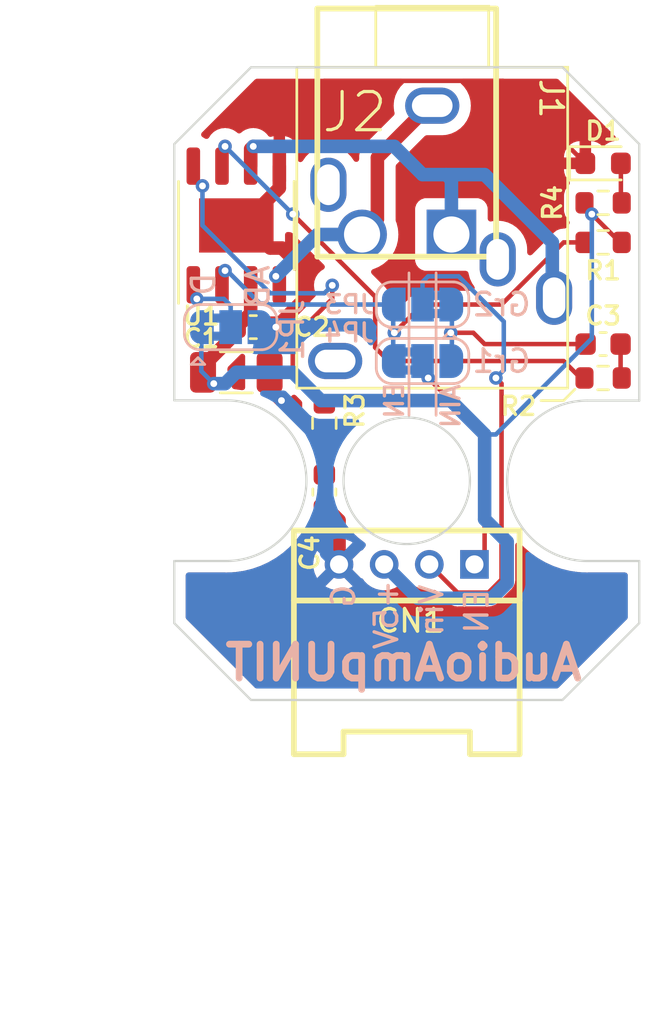
<source format=kicad_pcb>
(kicad_pcb (version 20211014) (generator pcbnew)
  (layers (0 "F.Cu" signal) (31 "B.Cu" signal) (34 "B.Paste" user) (35 "F.Paste" user) (36 "B.SilkS" user "B.Silkscreen") (37 "F.SilkS" user "F.Silkscreen") (38 "B.Mask" user) (39 "F.Mask" user) (44 "Edge.Cuts" user))
  (net 0 "")
  (net 1 "+5V")
  (net 2 "GND")
  (net 3 "/AIN")
  (net 4 "Net-(C3-Pad2)")
  (net 5 "Net-(C4-Pad2)")
  (net 6 "/EN")
  (net 7 "Net-(D1-Pad2)")
  (net 8 "/OUT+")
  (net 11 "/ABD")
  (net 12 "Net-(R2-Pad2)")
  (net 13 "Net-(R3-Pad2)")
  (net 14 "Net-(J1-PadG)")
  (net 15 "/EN_Grove")
  (net 16 "/AIN_Grove")
  (footprint "Capacitor_SMD:C_0603_1608Metric" (layer "F.Cu") (at 3.5 11.5 180)
    (fp_text reference "C2" (at -2.6 0 180) (layer "F.SilkS") (effects (font (size 0.8 0.8))))
    (fp_text value "0.1u")
    (fp_line (start -0.14058 -0.51) (end 0.14058 -0.51) (layer "F.SilkS") (width 0.12))
    (fp_line (start -0.14058 0.51) (end 0.14058 0.51) (layer "F.SilkS") (width 0.12))
    (pad "1" smd roundrect locked (at -0.775 0 180) (size 0.9 0.95) (layers "F.Cu" "F.Paste" "F.Mask") (net 2 "GND"))
    (pad "2" smd roundrect locked (at 0.775 0 180) (size 0.9 0.95) (layers "F.Cu" "F.Paste" "F.Mask") (net 1 "+5V"))
  )
  (footprint "akita:CON_HT396R_2P" (layer "F.Cu") (at 10.3 7.4 180)
    (fp_text reference "J2" (at 2.3 6.4) (layer "F.SilkS") (effects (font (size 1.6891 1.6891) (thickness 0.14224)) (justify top)))
    (fp_text value "Conn_01x02" hide)
    (fp_line (start 3.96 -0.98) (end 3.96 10) (layer "F.SilkS") (width 0.254))
    (fp_line (start -3.96 10) (end -3.96 -0.98) (layer "F.SilkS") (width 0.254))
    (fp_line (start -3.96 -0.98) (end 3.96 -0.98) (layer "F.SilkS") (width 0.254))
    (fp_line (start 3.96 10) (end -3.96 10) (layer "F.SilkS") (width 0.254))
    (pad "1" thru_hole rect (at -1.98 0 180) (size 2.2 2.2) (drill 1.6) (layers *.Cu *.Mask) (net 8 "/OUT+"))
    (pad "2" thru_hole circle (at 1.98 0 180) (size 2.2 2.2) (drill 1.6) (layers *.Cu *.Mask) (net 14 "Net-(J1-PadG)"))
  )
  (footprint "akita:CON_GROVE_H" (layer "F.Cu") (at 10.3 22 180)
    (fp_text reference "CN1" (at -1.765 -3.0825) (layer "F.SilkS") (effects (justify right bottom)))
    (fp_text value "CON_GROVE")
    (fp_line (start -5 -1.6) (end -5 1.5) (layer "F.SilkS") (width 0.254))
    (fp_line (start 5 1.5) (end 5 -1.6) (layer "F.SilkS") (width 0.254))
    (fp_line (start -5 -8.4) (end -5 -1.6) (layer "F.SilkS") (width 0.254))
    (fp_line (start -5 -1) (end -5 1) (layer "F.SilkS") (width 0.127))
    (fp_line (start -5 -8.4) (end -2.8 -8.4) (layer "F.SilkS") (width 0.254))
    (fp_line (start 2.8 -8.4) (end 5 -8.4) (layer "F.SilkS") (width 0.254))
    (fp_line (start -2.8 -8.4) (end -2.8 -7.4) (layer "F.SilkS") (width 0.254))
    (fp_line (start 5 -1.6) (end 5 -8.4) (layer "F.SilkS") (width 0.254))
    (fp_line (start -5 1.5) (end 5 1.5) (layer "F.SilkS") (width 0.254))
    (fp_line (start -2.8 -7.4) (end 2.8 -7.4) (layer "F.SilkS") (width 0.254))
    (fp_line (start -5 -1.6) (end 5 -1.6) (layer "F.SilkS") (width 0.254))
    (fp_line (start 2.8 -7.4) (end 2.8 -8.4) (layer "F.SilkS") (width 0.254))
    (pad "1" thru_hole rect locked (at -3 0 180) (size 1.27 1.27) (drill 0.8) (layers *.Cu *.Mask) (net 15 "/EN_Grove"))
    (pad "2" thru_hole circle locked (at -1 0 180) (size 1.27 1.27) (drill 0.8) (layers *.Cu *.Mask) (net 16 "/AIN_Grove"))
    (pad "3" thru_hole circle locked (at 1 0 180) (size 1.27 1.27) (drill 0.8) (layers *.Cu *.Mask) (net 1 "+5V"))
    (pad "4" thru_hole circle locked (at 3 0 180) (size 1.27 1.27) (drill 0.8) (layers *.Cu *.Mask) (net 2 "GND"))
  )
  (footprint "Capacitor_SMD:C_0603_1608Metric" (layer "F.Cu") (at 19 12.25)
    (fp_text reference "C3" (at 0 -1.25) (layer "F.SilkS") (effects (font (size 0.8 0.8))))
    (fp_text value "0.1u")
    (fp_line (start -0.14058 0.51) (end 0.14058 0.51) (layer "F.SilkS") (width 0.12))
    (fp_line (start -0.14058 -0.51) (end 0.14058 -0.51) (layer "F.SilkS") (width 0.12))
    (pad "1" smd roundrect locked (at -0.775 0) (size 0.9 0.95) (layers "F.Cu" "F.Paste" "F.Mask") (net 3 "/AIN"))
    (pad "2" smd roundrect locked (at 0.775 0) (size 0.9 0.95) (layers "F.Cu" "F.Paste" "F.Mask") (net 4 "Net-(C3-Pad2)"))
  )
  (footprint "Resistor_SMD:R_0603_1608Metric" (layer "F.Cu") (at 19 7.75)
    (fp_text reference "R4" (at -2.25 -1.75 90) (layer "F.SilkS") (effects (font (size 0.8 0.8))))
    (fp_text value "30k")
    (fp_line (start -0.237258 -0.5225) (end 0.237258 -0.5225) (layer "F.SilkS") (width 0.12))
    (fp_line (start -0.237258 0.5225) (end 0.237258 0.5225) (layer "F.SilkS") (width 0.12))
    (pad "1" smd roundrect locked (at -0.825 0) (size 0.8 0.95) (layers "F.Cu" "F.Paste" "F.Mask") (net 6 "/EN"))
    (pad "2" smd roundrect locked (at 0.825 0) (size 0.8 0.95) (layers "F.Cu" "F.Paste" "F.Mask") (net 1 "+5V"))
  )
  (footprint "Capacitor_SMD:C_1206_3216Metric" (layer "F.Cu") (at 2.75 13.5 180)
    (fp_text reference "C1" (at 1.55 1.5 180) (layer "F.SilkS") (effects (font (size 0.8 0.8))))
    (fp_text value "100u")
    (fp_line (start -0.711252 0.91) (end 0.711252 0.91) (layer "F.SilkS") (width 0.12))
    (fp_line (start -0.711252 -0.91) (end 0.711252 -0.91) (layer "F.SilkS") (width 0.12))
    (pad "1" smd roundrect locked (at -1.475 0 180) (size 1.15 1.8) (layers "F.Cu" "F.Paste" "F.Mask") (roundrect_rratio 0.2173913043) (net 2 "GND"))
    (pad "2" smd roundrect locked (at 1.475 0 180) (size 1.15 1.8) (layers "F.Cu" "F.Paste" "F.Mask") (roundrect_rratio 0.2173913043) (net 1 "+5V"))
  )
  (footprint "LED_SMD:LED_0603_1608Metric" (layer "F.Cu") (at 19 4.25)
    (fp_text reference "D1" (at 0 -1.43) (layer "F.SilkS") (effects (font (size 0.8 0.8))))
    (fp_text value "LED")
    (fp_line (start -1.485 0.735) (end 0.8 0.735) (layer "F.SilkS") (width 0.12))
    (fp_line (start -1.485 -0.735) (end -1.485 0.735) (layer "F.SilkS") (width 0.12))
    (fp_line (start 0.8 -0.735) (end -1.485 -0.735) (layer "F.SilkS") (width 0.12))
    (pad "1" smd roundrect locked (at -0.7875 0) (size 0.875 0.95) (layers "F.Cu" "F.Paste" "F.Mask") (net 2 "GND"))
    (pad "2" smd roundrect locked (at 0.7875 0) (size 0.875 0.95) (layers "F.Cu" "F.Paste" "F.Mask") (net 7 "Net-(D1-Pad2)"))
  )
  (footprint "Resistor_SMD:R_0603_1608Metric" (layer "F.Cu") (at 19 6)
    (fp_text reference "R1" (at 0 3) (layer "F.SilkS") (effects (font (size 0.8 0.8))))
    (fp_text value "1k")
    (fp_line (start -0.237258 -0.5225) (end 0.237258 -0.5225) (layer "F.SilkS") (width 0.12))
    (fp_line (start -0.237258 0.5225) (end 0.237258 0.5225) (layer "F.SilkS") (width 0.12))
    (pad "1" smd roundrect locked (at -0.825 0) (size 0.8 0.95) (layers "F.Cu" "F.Paste" "F.Mask") (net 1 "+5V"))
    (pad "2" smd roundrect locked (at 0.825 0) (size 0.8 0.95) (layers "F.Cu" "F.Paste" "F.Mask") (net 7 "Net-(D1-Pad2)"))
  )
  (footprint "akita:SOP-8-EP_3.9x4.9mm_P1.27mm" (layer "F.Cu") (at 2.75 7 90)
    (fp_text reference "U1" (at -4 -1.55 180) (layer "F.SilkS") (effects (font (size 0.8 0.8))))
    (fp_text value "AMP_HT8693")
    (fp_line (start 0 2.56) (end -1.95 2.56) (layer "F.SilkS") (width 0.12))
    (fp_line (start 0 -2.56) (end 1.95 -2.56) (layer "F.SilkS") (width 0.12))
    (fp_line (start 0 2.56) (end 1.95 2.56) (layer "F.SilkS") (width 0.12))
    (fp_line (start 0 -2.56) (end -3.45 -2.56) (layer "F.SilkS") (width 0.12))
    (pad "1" smd roundrect (at -2.625 -1.905 90) (size 1.65 0.6) (layers "F.Cu" "F.Paste" "F.Mask") (net 11 "/ABD"))
    (pad "2" smd roundrect (at -2.625 -0.635 90) (size 1.65 0.6) (layers "F.Cu" "F.Paste" "F.Mask") (net 6 "/EN"))
    (pad "3" smd roundrect (at -2.625 0.635 90) (size 1.65 0.6) (layers "F.Cu" "F.Paste" "F.Mask") (net 1 "+5V"))
    (pad "4" smd roundrect (at -2.625 1.905 90) (size 1.65 0.6) (layers "F.Cu" "F.Paste" "F.Mask") (net 14 "Net-(J1-PadG)"))
    (pad "5" smd roundrect (at 2.625 1.905 90) (size 1.65 0.6) (layers "F.Cu" "F.Paste" "F.Mask") (net 2 "GND"))
    (pad "6" smd roundrect (at 2.625 0.635 90) (size 1.65 0.6) (layers "F.Cu" "F.Paste" "F.Mask") (net 8 "/OUT+"))
    (pad "7" smd roundrect (at 2.625 -0.635 90) (size 1.65 0.6) (layers "F.Cu" "F.Paste" "F.Mask") (net 12 "Net-(R2-Pad2)"))
    (pad "8" smd roundrect (at 2.625 -1.905 90) (size 1.65 0.6) (layers "F.Cu" "F.Paste" "F.Mask") (net 13 "Net-(R3-Pad2)"))
    (pad "9" smd rect (at 0 0 90) (size 2.4 3.3) (layers "F.Cu" "F.Paste" "F.Mask") (net 2 "GND"))
  )
  (footprint "akita:CON_AJ-1780" (layer "F.Cu") (at 11.43 7.1 -90)
    (fp_text reference "J1" (at -5.715 -5.2705 -90 unlocked) (layer "F.SilkS"))
    (fp_text value "AudioJack2_Ground_Switch")
    (fp_rect (start -9.8 -2.5) (end -7.1 2.5) (layer "F.SilkS") (width 0.12) (fill none))
    (fp_rect (start -7.1 -6) (end 7.1 6) (layer "F.SilkS") (width 0.12) (fill none))
    (pad "G" thru_hole oval (at -5.4 0) (size 2.4 1.6) (drill oval 1.8 1) (layers *.Cu *.Mask) (net 14 "Net-(J1-PadG)"))
    (pad "S" thru_hole oval (at 3.1 -5.4 270) (size 2.4 1.6) (drill oval 1.8 1) (layers *.Cu *.Mask) (net 8 "/OUT+"))
    (pad "SN" thru_hole oval (at 1.4 -2.9 270) (size 2.4 1.6) (drill oval 1.8 1) (layers *.Cu *.Mask))
    (pad "T" thru_hole oval (at -1.9 4.6 270) (size 2.4 1.6) (drill oval 1.8 1) (layers *.Cu *.Mask))
    (pad "TN" thru_hole oval (at 5.9 4.3 180) (size 2.4 1.6) (drill oval 1.8 1) (layers *.Cu *.Mask))
  )
  (footprint "Resistor_SMD:R_0603_1608Metric" (layer "F.Cu") (at 6.65 15.75 90)
    (fp_text reference "R3" (at 0.55 1.35 270) (layer "F.SilkS") (effects (font (size 0.8 0.8))))
    (fp_text value "56k")
    (fp_line (start -0.237258 -0.5225) (end 0.237258 -0.5225) (layer "F.SilkS") (width 0.12))
    (fp_line (start -0.237258 0.5225) (end 0.237258 0.5225) (layer "F.SilkS") (width 0.12))
    (pad "1" smd roundrect locked (at -0.825 0 90) (size 0.8 0.95) (layers "F.Cu" "F.Paste" "F.Mask") (net 5 "Net-(C4-Pad2)"))
    (pad "2" smd roundrect locked (at 0.825 0 90) (size 0.8 0.95) (layers "F.Cu" "F.Paste" "F.Mask") (net 13 "Net-(R3-Pad2)"))
  )
  (footprint "Resistor_SMD:R_0603_1608Metric" (layer "F.Cu") (at 19 13.75 180)
    (fp_text reference "R2" (at 3.75 -1.25 180) (layer "F.SilkS") (effects (font (size 0.8 0.8))))
    (fp_text value "56k")
    (fp_line (start -0.237258 -0.5225) (end 0.237258 -0.5225) (layer "F.SilkS") (width 0.12))
    (fp_line (start -0.237258 0.5225) (end 0.237258 0.5225) (layer "F.SilkS") (width 0.12))
    (pad "1" smd roundrect locked (at -0.825 0 180) (size 0.8 0.95) (layers "F.Cu" "F.Paste" "F.Mask") (net 4 "Net-(C3-Pad2)"))
    (pad "2" smd roundrect locked (at 0.825 0 180) (size 0.8 0.95) (layers "F.Cu" "F.Paste" "F.Mask") (net 12 "Net-(R2-Pad2)"))
  )
  (footprint "Capacitor_SMD:C_0603_1608Metric" (layer "F.Cu") (at 6.65 18.8 90)
    (fp_text reference "C4" (at -2.7 -0.65 270) (layer "F.SilkS") (effects (font (size 0.8 0.8))))
    (fp_text value "0.1u")
    (fp_line (start -0.14058 -0.51) (end 0.14058 -0.51) (layer "F.SilkS") (width 0.12))
    (fp_line (start -0.14058 0.51) (end 0.14058 0.51) (layer "F.SilkS") (width 0.12))
    (pad "1" smd roundrect locked (at -0.775 0 90) (size 0.9 0.95) (layers "F.Cu" "F.Paste" "F.Mask") (net 2 "GND"))
    (pad "2" smd roundrect locked (at 0.775 0 90) (size 0.9 0.95) (layers "F.Cu" "F.Paste" "F.Mask") (net 5 "Net-(C4-Pad2)"))
  )
  (footprint "Jumper:SolderJumper-3_P1.3mm_Bridged2Bar12_RoundedPad1.0x1.5mm" (layer "B.Cu") (at 11 13)
    (fp_text reference "JP4" (at -3.25 -1.25) (layer "B.SilkS") (effects (font (size 0.8 0.8)) (justify mirror)))
    (fp_text value "SolderJumper_3_Bridged12")
    (fp_poly (pts (xy -0.9 -0.2) (xy -0.4 -0.2) (xy -0.4 -0.6) (xy -0.9 -0.6)) (layer "B.Cu") (width 0) (fill solid))
    (fp_poly (pts (xy -0.9 0.6) (xy -0.4 0.6) (xy -0.4 0.2) (xy -0.9 0.2)) (layer "B.Cu") (width 0) (fill solid))
    (fp_line (start -1.4 1) (end 1.4 1) (layer "B.SilkS") (width 0.12))
    (fp_line (start 1.4 -1) (end -1.4 -1) (layer "B.SilkS") (width 0.12))
    (fp_line (start -1.2 -1.2) (end -0.9 -1.5) (layer "B.SilkS") (width 0.12))
    (fp_line (start -2.05 -0.3) (end -2.05 0.3) (layer "B.SilkS") (width 0.12))
    (fp_line (start -1.2 -1.2) (end -1.5 -1.5) (layer "B.SilkS") (width 0.12))
    (fp_line (start -1.5 -1.5) (end -0.9 -1.5) (layer "B.SilkS") (width 0.12))
    (fp_line (start 2.05 0.3) (end 2.05 -0.3) (layer "B.SilkS") (width 0.12))
    (fp_arc (start -2.05 -0.3) (mid -1.844975 -0.794975) (end -1.35 -1) (layer "B.SilkS") (width 0.12))
    (fp_arc (start 1.35 -1) (mid 1.844975 -0.794975) (end 2.05 -0.3) (layer "B.SilkS") (width 0.12))
    (fp_arc (start 2.05 0.3) (mid 1.844975 0.794975) (end 1.35 1) (layer "B.SilkS") (width 0.12))
    (fp_arc (start -1.35 1) (mid -1.844975 0.794975) (end -2.05 0.3) (layer "B.SilkS") (width 0.12))
    (pad "1" smd custom locked (at -1.3 0) (size 1 0.5) (layers "B.Cu" "B.Mask") (net 6 "/EN") (options (clearance outline) (anchor rect)) (primitives (gr_circle (center 0 -0.25) (end 0.5 -0.25) (width 0) (fill yes)) (gr_circle (center 0 0.25) (end 0.5 0.25) (width 0) (fill yes)) (gr_poly (pts (xy 0.55 0.75) (xy 0 0.75) (xy 0 -0.75) (xy 0.55 -0.75)) (width 0) (fill yes))))
    (pad "2" smd rect locked (at 0 0) (size 1 1.5) (layers "B.Cu" "B.Mask") (net 15 "/EN_Grove"))
    (pad "3" smd custom locked (at 1.3 0) (size 1 0.5) (layers "B.Cu" "B.Mask") (net 3 "/AIN") (options (clearance outline) (anchor rect)) (primitives (gr_circle (center 0 -0.25) (end 0.5 -0.25) (width 0) (fill yes)) (gr_circle (center 0 0.25) (end 0.5 0.25) (width 0) (fill yes)) (gr_poly (pts (xy 0 0.75) (xy -0.55 0.75) (xy -0.55 -0.75) (xy 0 -0.75)) (width 0) (fill yes))))
  )
  (footprint "Jumper:SolderJumper-3_P1.3mm_Bridged2Bar12_RoundedPad1.0x1.5mm" (layer "B.Cu") (at 11 10.5 180)
    (fp_text reference "JP3" (at 3.25 0 180) (layer "B.SilkS") (effects (font (size 0.8 0.8)) (justify mirror)))
    (fp_text value "SolderJumper_3_Bridged12")
    (fp_poly (pts (xy -0.9 0.6) (xy -0.4 0.6) (xy -0.4 0.2) (xy -0.9 0.2)) (layer "B.Cu") (width 0) (fill solid))
    (fp_poly (pts (xy -0.9 -0.2) (xy -0.4 -0.2) (xy -0.4 -0.6) (xy -0.9 -0.6)) (layer "B.Cu") (width 0) (fill solid))
    (fp_line (start 1.4 -1) (end -1.4 -1) (layer "B.SilkS") (width 0.12))
    (fp_line (start -1.2 -1.2) (end -0.9 -1.5) (layer "B.SilkS") (width 0.12))
    (fp_line (start -1.5 -1.5) (end -0.9 -1.5) (layer "B.SilkS") (width 0.12))
    (fp_line (start -1.4 1) (end 1.4 1) (layer "B.SilkS") (width 0.12))
    (fp_line (start -2.05 -0.3) (end -2.05 0.3) (layer "B.SilkS") (width 0.12))
    (fp_line (start -1.2 -1.2) (end -1.5 -1.5) (layer "B.SilkS") (width 0.12))
    (fp_line (start 2.05 0.3) (end 2.05 -0.3) (layer "B.SilkS") (width 0.12))
    (fp_arc (start -1.35 1) (mid -1.844975 0.794975) (end -2.05 0.3) (layer "B.SilkS") (width 0.12))
    (fp_arc (start 1.35 -1) (mid 1.844975 -0.794975) (end 2.05 -0.3) (layer "B.SilkS") (width 0.12))
    (fp_arc (start -2.05 -0.3) (mid -1.844975 -0.794975) (end -1.35 -1) (layer "B.SilkS") (width 0.12))
    (fp_arc (start 2.05 0.3) (mid 1.844975 0.794975) (end 1.35 1) (layer "B.SilkS") (width 0.12))
    (pad "1" smd custom locked (at -1.3 0 180) (size 1 0.5) (layers "B.Cu" "B.Mask") (net 3 "/AIN") (options (clearance outline) (anchor rect)) (primitives (gr_circle (center 0 -0.25) (end 0.5 -0.25) (width 0) (fill yes)) (gr_circle (center 0 0.25) (end 0.5 0.25) (width 0) (fill yes)) (gr_poly (pts (xy 0.55 0.75) (xy 0 0.75) (xy 0 -0.75) (xy 0.55 -0.75)) (width 0) (fill yes))))
    (pad "2" smd rect locked (at 0 0 180) (size 1 1.5) (layers "B.Cu" "B.Mask") (net 16 "/AIN_Grove"))
    (pad "3" smd custom locked (at 1.3 0 180) (size 1 0.5) (layers "B.Cu" "B.Mask") (net 6 "/EN") (options (clearance outline) (anchor rect)) (primitives (gr_circle (center 0 -0.25) (end 0.5 -0.25) (width 0) (fill yes)) (gr_circle (center 0 0.25) (end 0.5 0.25) (width 0) (fill yes)) (gr_poly (pts (xy 0 0.75) (xy -0.55 0.75) (xy -0.55 -0.75) (xy 0 -0.75)) (width 0) (fill yes))))
  )
  (footprint "Jumper:SolderJumper-3_P1.3mm_Bridged2Bar12_RoundedPad1.0x1.5mm" (layer "B.Cu") (at 2.5 11.5)
    (fp_text reference "JP1" (at 2.7305 0.127 90) (layer "B.SilkS") (effects (justify mirror)))
    (fp_text value "SolderJumper_3_Bridged12")
    (fp_poly (pts (xy -0.9 0.6) (xy -0.4 0.6) (xy -0.4 0.2) (xy -0.9 0.2)) (layer "B.Cu") (width 0) (fill solid))
    (fp_poly (pts (xy -0.9 -0.2) (xy -0.4 -0.2) (xy -0.4 -0.6) (xy -0.9 -0.6)) (layer "B.Cu") (width 0) (fill solid))
    (fp_line (start -1.15 1.65) (end -1.75 1.65) (layer "B.SilkS") (width 0.12))
    (fp_line (start -2.05 -0.3) (end -2.05 0.3) (layer "B.SilkS") (width 0.12))
    (fp_line (start -1.4 1) (end 1.4 1) (layer "B.SilkS") (width 0.12))
    (fp_line (start 1.4 -1) (end -1.4 -1) (layer "B.SilkS") (width 0.12))
    (fp_line (start -1.45 1.35) (end -1.75 1.65) (layer "B.SilkS") (width 0.12))
    (fp_line (start -1.45 1.35) (end -1.15 1.65) (layer "B.SilkS") (width 0.12))
    (fp_line (start 2.05 0.3) (end 2.05 -0.3) (layer "B.SilkS") (width 0.12))
    (fp_arc (start -2.05 -0.3) (mid -1.844975 -0.794975) (end -1.35 -1) (layer "B.SilkS") (width 0.12))
    (fp_arc (start -1.35 1) (mid -1.844975 0.794975) (end -2.05 0.3) (layer "B.SilkS") (width 0.12))
    (fp_arc (start 1.35 -1) (mid 1.844975 -0.794975) (end 2.05 -0.3) (layer "B.SilkS") (width 0.12))
    (fp_arc (start 2.05 0.3) (mid 1.844975 0.794975) (end 1.35 1) (layer "B.SilkS") (width 0.12))
    (pad "1" smd custom (at -1.3 0) (size 1 0.5) (layers "B.Cu" "B.Mask") (net 1 "+5V") (options (clearance outline) (anchor rect)) (primitives (gr_circle (center 0 -0.25) (end 0.5 -0.25) (width 0) (fill yes)) (gr_circle (center 0 0.25) (end 0.5 0.25) (width 0) (fill yes)) (gr_poly (pts (xy 0.55 0.75) (xy 0 0.75) (xy 0 -0.75) (xy 0.55 -0.75)) (width 0) (fill yes))))
    (pad "2" smd rect (at 0 0) (size 1 1.5) (layers "B.Cu" "B.Mask") (net 11 "/ABD"))
    (pad "3" smd custom (at 1.3 0) (size 1 0.5) (layers "B.Cu" "B.Mask") (net 2 "GND") (options (clearance outline) (anchor rect)) (primitives (gr_circle (center 0 -0.25) (end 0.5 -0.25) (width 0) (fill yes)) (gr_circle (center 0 0.25) (end 0.5 0.25) (width 0) (fill yes)) (gr_poly (pts (xy 0 0.75) (xy -0.55 0.75) (xy -0.55 -0.75) (xy 0 -0.75)) (width 0) (fill yes))))
  )
  (gr_line (start 10.4 15.4) (end 10.4 9.1) (layer "B.SilkS") (width 0.12))
  (gr_line (start 11.6 9.1) (end 11.6 15.4) (layer "B.SilkS") (width 0.12))
  (gr_line (start 17.25 14.75) (end 17.75 14.25) (layer "F.SilkS") (width 0.12))
  (gr_line (start 16.25 14.75) (end 17.25 14.75) (layer "F.SilkS") (width 0.12))
  (gr_line (start 0 24.6) (end 0 21.85) (layer "Edge.Cuts") (width 0.1))
  (gr_line (start 0 14.74) (end 2.3 14.74) (layer "Edge.Cuts") (width 0.1))
  (gr_line (start 20.6 21.85) (end 20.6 24.6) (layer "Edge.Cuts") (width 0.1))
  (gr_line (start 3.4 0) (end 17.2 0) (layer "Edge.Cuts") (width 0.1))
  (gr_line (start 0 3.4) (end 3.4 0) (layer "Edge.Cuts") (width 0.1))
  (gr_line (start 0 14.74) (end 0 3.4) (layer "Edge.Cuts") (width 0.1))
  (gr_line (start 0 24.6) (end 3.4 28) (layer "Edge.Cuts") (width 0.1))
  (gr_line (start 3.4 28) (end 17.2 28) (layer "Edge.Cuts") (width 0.1))
  (gr_line (start 20.6 3.4) (end 17.2 0) (layer "Edge.Cuts") (width 0.1))
  (gr_arc (start 2.3 14.74) (mid 5.855 18.295) (end 2.3 21.85) (layer "Edge.Cuts") (width 0.1))
  (gr_line (start 0 21.85) (end 2.3 21.85) (layer "Edge.Cuts") (width 0.1))
  (gr_circle (center 10.3 18.3) (end 13.1 18.3) (layer "Edge.Cuts") (width 0.1) (fill none))
  (gr_line (start 18.3 21.85) (end 20.6 21.85) (layer "Edge.Cuts") (width 0.1))
  (gr_line (start 18.3 14.75) (end 20.6 14.75) (layer "Edge.Cuts") (width 0.1))
  (gr_line (start 20.6 14.76) (end 20.6 3.4) (layer "Edge.Cuts") (width 0.1))
  (gr_line (start 17.2 28) (end 20.6 24.6) (layer "Edge.Cuts") (width 0.1))
  (gr_arc (start 18.3 21.85) (mid 14.75 18.3) (end 18.3 14.75) (layer "Edge.Cuts") (width 0.1))
  (gr_text "G" (at 7.5 22.8 90) (layer "B.SilkS") (effects (font (size 1 1)) (justify left mirror)))
  (gr_text "Gr2" (at 14.5 10.5) (layer "B.SilkS") (effects (font (size 1 1)) (justify mirror)))
  (gr_text "D" (at 1.3 9.6 90) (layer "B.SilkS") (effects (font (size 1 1)) (justify mirror)))
  (gr_text "Vin" (at 11.4 22.8 90) (layer "B.SilkS") (effects (font (size 1 1)) (justify left mirror)))
  (gr_text "AudioAmpUNIT" (at 10.16 26.3525) (layer "B.SilkS") (effects (font (size 1.5 1.5) (thickness 0.3)) (justify mirror)))
  (gr_text "EN" (at 9.75 14.75 90) (layer "B.SilkS") (effects (font (size 0.8 0.8)) (justify mirror)))
  (gr_text "Gr1" (at 14.5 13) (layer "B.SilkS") (effects (font (size 1 1)) (justify mirror)))
  (gr_text "+5V" (at 9.4 22.6 90) (layer "B.SilkS") (effects (font (size 1 1)) (justify left mirror)))
  (gr_text "AB" (at 3.7 9.7 90) (layer "B.SilkS") (effects (font (size 1 1)) (justify mirror)))
  (gr_text "AIN" (at 12.25 15 90) (layer "B.SilkS") (effects (font (size 0.8 0.8)) (justify mirror)))
  (gr_text "EN" (at 13.4 23 90) (layer "B.SilkS") (effects (font (size 1 1)) (justify left mirror)))
  (segment (start 18.175 6) (end 18.175 6.175) (width 0.2) (layer "F.Cu") (net 1))
  (segment (start 18.175 6.175) (end 18.5 6.5) (width 0.2) (layer "F.Cu") (net 1))
  (segment (start 19.825 7.75) (end 19.75 7.75) (width 0.2) (layer "F.Cu") (net 1))
  (segment (start 3.385 10.890374) (end 2.775374 11.5) (width 0.6) (layer "F.Cu") (net 1))
  (segment (start 3.385 9.625) (end 3.385 10.890374) (width 0.6) (layer "F.Cu") (net 1))
  (segment (start 2.775374 11.724626) (end 1.25 13.25) (width 0.6) (layer "F.Cu") (net 1))
  (segment (start 2.775374 11.5) (end 2.775374 11.724626) (width 0.6) (layer "F.Cu") (net 1))
  (segment (start 19.75 7.75) (end 18.5 6.5) (width 0.2) (layer "F.Cu") (net 1))
  (via (at 1.75 14) (size 0.6) (drill 0.3) (layers "F.Cu" "B.Cu") (net 1))
  (via (at 18.5 6.5) (size 0.6) (drill 0.3) (layers "F.Cu" "B.Cu") (net 1))
  (segment (start 12.25 14.75) (end 13.75 16.25) (width 0.6) (layer "B.Cu") (net 1))
  (segment (start 6.5 14.75) (end 12.25 14.75) (width 0.6) (layer "B.Cu") (net 1))
  (segment (start 13.75 16.25) (end 13.75 20) (width 0.6) (layer "B.Cu") (net 1))
  (segment (start 1.75 14) (end 2.25 14) (width 0.6) (layer "B.Cu") (net 1))
  (segment (start 1.2 11.5) (end 1.2 13.45) (width 0.2) (layer "B.Cu") (net 1))
  (segment (start 14.069022 23.5) (end 10.8 23.5) (width 0.6) (layer "B.Cu") (net 1))
  (segment (start 2.75 13.5) (end 5.25 13.5) (width 0.6) (layer "B.Cu") (net 1))
  (segment (start 2.25 14) (end 2.75 13.5) (width 0.6) (layer "B.Cu") (net 1))
  (segment (start 18.5 6.5) (end 18.5 12) (width 0.2) (layer "B.Cu") (net 1))
  (segment (start 14.75 21) (end 14.75 22.819022) (width 0.6) (layer "B.Cu") (net 1))
  (segment (start 14.75 22.819022) (end 14.069022 23.5) (width 0.6) (layer "B.Cu") (net 1))
  (segment (start 1.2 13.45) (end 1.75 14) (width 0.2) (layer "B.Cu") (net 1))
  (segment (start 13.75 20) (end 14.75 21) (width 0.6) (layer "B.Cu") (net 1))
  (segment (start 18.5 12) (end 14.25 16.25) (width 0.2) (layer "B.Cu") (net 1))
  (segment (start 10.8 23.5) (end 9.3 22) (width 0.6) (layer "B.Cu") (net 1))
  (segment (start 5.25 13.5) (end 6.5 14.75) (width 0.6) (layer "B.Cu") (net 1))
  (segment (start 14.25 16.25) (end 13.75 16.25) (width 0.2) (layer "B.Cu") (net 1))
  (segment (start 4.75 14.75) (end 4.25 14.25) (width 0.6) (layer "F.Cu") (net 2))
  (segment (start 7.3 20.05) (end 6.75 19.5) (width 0.6) (layer "F.Cu") (net 2))
  (segment (start 6.64952 0.60048) (end 14.56298 0.60048) (width 0.2) (layer "F.Cu") (net 2))
  (segment (start 4.655 5.345) (end 3 7) (width 0.6) (layer "F.Cu") (net 2))
  (segment (start 5.75 10.273559) (end 5.75 8.976441) (width 0.6) (layer "F.Cu") (net 2))
  (segment (start 7.3 22) (end 7.3 20.05) (width 0.6) (layer "F.Cu") (net 2))
  (segment (start 4.523559 11.5) (end 5.75 10.273559) (width 0.6) (layer "F.Cu") (net 2))
  (segment (start 4.655 4.375) (end 4.655 2.595) (width 0.2) (layer "F.Cu") (net 2))
  (segment (start 4.275 11.5) (end 4.523559 11.5) (width 0.6) (layer "F.Cu") (net 2))
  (segment (start 4.25 8) (end 3.25 7) (width 0.6) (layer "F.Cu") (net 2))
  (segment (start 4.25 14.25) (end 4.25 11.5) (width 0.6) (layer "F.Cu") (net 2))
  (segment (start 3.25 7) (end 2.75 7) (width 0.6) (layer "F.Cu") (net 2))
  (segment (start 5.75 8.976441) (end 4.773559 8) (width 0.6) (layer "F.Cu") (net 2))
  (segment (start 4.773559 8) (end 4.25 8) (width 0.6) (layer "F.Cu") (net 2))
  (segment (start 4.655 2.595) (end 6.64952 0.60048) (width 0.2) (layer "F.Cu") (net 2))
  (segment (start 4.655 4.375) (end 4.655 5.345) (width 0.6) (layer "F.Cu") (net 2))
  (segment (start 14.56298 0.60048) (end 18.2125 4.25) (width 0.2) (layer "F.Cu") (net 2))
  (via (at 4.5 11.5) (size 0.6) (drill 0.3) (layers "F.Cu" "B.Cu") (net 2))
  (via (at 4.75 14.75) (size 0.6) (drill 0.3) (layers "F.Cu" "B.Cu") (net 2))
  (segment (start 6.75 21.5) (end 6.75 16.75) (width 0.6) (layer "B.Cu") (net 2))
  (segment (start 3.8 11.5) (end 4.5 11.5) (width 0.2) (layer "B.Cu") (net 2))
  (segment (start 6.75 16.75) (end 4.75 14.75) (width 0.6) (layer "B.Cu") (net 2))
  (segment (start 7.3 22) (end 7.25 22) (width 0.6) (layer "B.Cu") (net 2))
  (segment (start 7.25 22) (end 6.75 21.5) (width 0.6) (layer "B.Cu") (net 2))
  (segment (start 13.75 12.25) (end 18.225 12.25) (width 0.2) (layer "F.Cu") (net 3))
  (segment (start 13.25 11.75) (end 13.75 12.25) (width 0.2) (layer "F.Cu") (net 3))
  (segment (start 12.25 11.75) (end 13.25 11.75) (width 0.2) (layer "F.Cu") (net 3))
  (via (at 12.25 11.75) (size 0.6) (drill 0.3) (layers "F.Cu" "B.Cu") (net 3))
  (segment (start 12.3 13) (end 12.3 10.8) (width 0.2) (layer "B.Cu") (net 3))
  (segment (start 12.3 13) (end 12.5 13) (width 0.2) (layer "B.Cu") (net 3))
  (segment (start 19.775 13.8) (end 19.775 12.275) (width 0.2) (layer "F.Cu") (net 4))
  (segment (start 19.775 12.275) (end 19.75 12.25) (width 0.2) (layer "F.Cu") (net 4))
  (segment (start 6.65 17.9) (end 6.75 18) (width 0.2) (layer "F.Cu") (net 5))
  (segment (start 6.65 16.575) (end 6.65 17.9) (width 0.2) (layer "F.Cu") (net 5))
  (segment (start 11 10.5) (end 14.5 10.5) (width 0.2) (layer "F.Cu") (net 6))
  (segment (start 9.75 11.75) (end 11 10.5) (width 0.2) (layer "F.Cu") (net 6))
  (segment (start 14.5 10.5) (end 17.25 7.75) (width 0.2) (layer "F.Cu") (net 6))
  (segment (start 2.115 9.135) (end 2.25 9) (width 0.2) (layer "F.Cu") (net 6))
  (segment (start 17.25 7.75) (end 18.175 7.75) (width 0.2) (layer "F.Cu") (net 6))
  (segment (start 2.115 9.625) (end 2.115 9.135) (width 0.2) (layer "F.Cu") (net 6))
  (via (at 2.25 9) (size 0.6) (drill 0.3) (layers "F.Cu" "B.Cu") (net 6))
  (via (at 9.75 11.75) (size 0.6) (drill 0.3) (layers "F.Cu" "B.Cu") (net 6))
  (segment (start 4.13116 10.45048) (end 3.79082 10.45048) (width 0.2) (layer "B.Cu") (net 6))
  (segment (start 2.34034 9) (end 2.25 9) (width 0.2) (layer "B.Cu") (net 6))
  (segment (start 4.18068 10.5) (end 4.13116 10.45048) (width 0.2) (layer "B.Cu") (net 6))
  (segment (start 9.7 13) (end 9.7 10.55) (width 0.2) (layer "B.Cu") (net 6))
  (segment (start 3.79082 10.45048) (end 2.34034 9) (width 0.2) (layer "B.Cu") (net 6))
  (segment (start 9.75 10) (end 9.25 10.5) (width 0.2) (layer "B.Cu") (net 6))
  (segment (start 9.25 10.5) (end 4.18068 10.5) (width 0.2) (layer "B.Cu") (net 6))
  (segment (start 19.7875 5.7875) (end 20 6) (width 0.2) (layer "F.Cu") (net 7))
  (segment (start 19.7875 4.25) (end 19.7875 5.7875) (width 0.2) (layer "F.Cu") (net 7))
  (segment (start 3.385 4.375) (end 3.385 3.615) (width 0.6) (layer "F.Cu") (net 8))
  (segment (start 3.385 3.615) (end 3.5 3.5) (width 0.6) (layer "F.Cu") (net 8))
  (via (at 3.5 3.5) (size 0.6) (drill 0.3) (layers "F.Cu" "B.Cu") (net 8))
  (segment (start 9.75 3.5) (end 11 4.75) (width 0.6) (layer "B.Cu") (net 8))
  (segment (start 16.75 7.75) (end 16.75 10.25) (width 0.6) (layer "B.Cu") (net 8))
  (segment (start 13.75 4.75) (end 16.75 7.75) (width 0.6) (layer "B.Cu") (net 8))
  (segment (start 11 4.75) (end 12.05 4.75) (width 0.6) (layer "B.Cu") (net 8))
  (segment (start 12.28 4.98) (end 12.05 4.75) (width 0.6) (layer "B.Cu") (net 8))
  (segment (start 12.05 4.75) (end 13.75 4.75) (width 0.6) (layer "B.Cu") (net 8))
  (segment (start 12.28 7.4) (end 12.28 4.98) (width 0.6) (layer "B.Cu") (net 8))
  (segment (start 3.5 3.5) (end 9.75 3.5) (width 0.6) (layer "B.Cu") (net 8))
  (via (at 1 10.25) (size 0.6) (drill 0.3) (layers "F.Cu" "B.Cu") (net 11))
  (segment (start 2.5 10.55) (end 2.2 10.25) (width 0.2) (layer "B.Cu") (net 11))
  (segment (start 2.5 11.5) (end 2.5 10.55) (width 0.2) (layer "B.Cu") (net 11))
  (segment (start 2.2 10.25) (end 1 10.25) (width 0.2) (layer "B.Cu") (net 11))
  (segment (start 8.900489 12.400489) (end 8.900489 10.150489) (width 0.2) (layer "F.Cu") (net 12))
  (segment (start 17.25 13) (end 9.5 13) (width 0.2) (layer "F.Cu") (net 12))
  (segment (start 18 13.75) (end 17.25 13) (width 0.2) (layer "F.Cu") (net 12))
  (segment (start 9.5 13) (end 8.900489 12.400489) (width 0.2) (layer "F.Cu") (net 12))
  (segment (start 8.900489 10.150489) (end 5.25 6.5) (width 0.2) (layer "F.Cu") (net 12))
  (via (at 5.25 6.5) (size 0.6) (drill 0.3) (layers "F.Cu" "B.Cu") (net 12))
  (via (at 2.25 3.5) (size 0.6) (drill 0.3) (layers "F.Cu" "B.Cu") (net 12))
  (segment (start 5.25 6.5) (end 2.25 3.5) (width 0.2) (layer "B.Cu") (net 12))
  (segment (start 0.845 4.375) (end 0.845 4.845) (width 0.2) (layer "F.Cu") (net 13))
  (segment (start 5.25 13.525) (end 5.25 12) (width 0.2) (layer "F.Cu") (net 13))
  (segment (start 6.65 14.925) (end 5.25 13.525) (width 0.2) (layer "F.Cu") (net 13))
  (segment (start 5.25 12) (end 7 10.25) (width 0.2) (layer "F.Cu") (net 13))
  (segment (start 0.845 4.845) (end 1.25 5.25) (width 0.2) (layer "F.Cu") (net 13))
  (segment (start 7 10.25) (end 7 9.6505) (width 0.2) (layer "F.Cu") (net 13))
  (via (at 7 9.6505) (size 0.6) (drill 0.3) (layers "F.Cu" "B.Cu") (net 13))
  (via (at 1.25 5.25) (size 0.6) (drill 0.3) (layers "F.Cu" "B.Cu") (net 13))
  (segment (start 1.25 7) (end 1.25 5.25) (width 0.2) (layer "B.Cu") (net 13))
  (segment (start 7 9.6505) (end 6.6505 10) (width 0.2) (layer "B.Cu") (net 13))
  (segment (start 6.6505 10) (end 4.25 10) (width 0.2) (layer "B.Cu") (net 13))
  (segment (start 4.25 10) (end 1.25 7) (width 0.2) (layer "B.Cu") (net 13))
  (segment (start 8.32 7.4) (end 9 6.72) (width 0.6) (layer "F.Cu") (net 14))
  (segment (start 9 6.72) (end 9 4) (width 0.6) (layer "F.Cu") (net 14))
  (segment (start 9 4) (end 11.25 1.75) (width 0.6) (layer "F.Cu") (net 14))
  (via (at 4.5 9.25) (size 0.6) (drill 0.3) (layers "F.Cu" "B.Cu") (net 14))
  (segment (start 8.32 7.4) (end 6.35 7.4) (width 0.6) (layer "B.Cu") (net 14))
  (segment (start 6.35 7.4) (end 4.5 9.25) (width 0.6) (layer "B.Cu") (net 14))
  (segment (start 13.75 21.55) (end 13.75 16.25) (width 0.2) (layer "F.Cu") (net 15))
  (segment (start 13.75 16.25) (end 11.25 13.75) (width 0.2) (layer "F.Cu") (net 15))
  (segment (start 13.3 22) (end 13.75 21.55) (width 0.2) (layer "F.Cu") (net 15))
  (via (at 11.25 13.75) (size 0.6) (drill 0.3) (layers "F.Cu" "B.Cu") (net 15))
  (segment (start 11.25 13.25) (end 11 13) (width 0.2) (layer "B.Cu") (net 15))
  (segment (start 11.25 13.75) (end 11.25 13.25) (width 0.2) (layer "B.Cu") (net 15))
  (segment (start 11.3 22) (end 12.55 23.25) (width 0.2) (layer "F.Cu") (net 16))
  (segment (start 14.5 14) (end 14.25 13.75) (width 0.2) (layer "F.Cu") (net 16))
  (segment (start 14.5 22.669022) (end 14.5 14) (width 0.2) (layer "F.Cu") (net 16))
  (segment (start 12.55 23.25) (end 13.919022 23.25) (width 0.2) (layer "F.Cu") (net 16))
  (segment (start 13.919022 23.25) (end 14.5 22.669022) (width 0.2) (layer "F.Cu") (net 16))
  (via (at 14.25 13.75) (size 0.6) (drill 0.3) (layers "F.Cu" "B.Cu") (net 16))
  (segment (start 11 9.5) (end 11 10.5) (width 0.2) (layer "B.Cu") (net 16))
  (segment (start 11.25 9.25) (end 11 9.5) (width 0.2) (layer "B.Cu") (net 16))
  (segment (start 14.25 13.75) (end 14.599511 13.400489) (width 0.2) (layer "B.Cu") (net 16))
  (segment (start 14.599511 13.400489) (end 14.599511 11.251673) (width 0.2) (layer "B.Cu") (net 16))
  (segment (start 14.599511 11.251673) (end 12.597838 9.25) (width 0.2) (layer "B.Cu") (net 16))
  (segment (start 12.597838 9.25) (end 11.25 9.25) (width 0.2) (layer "B.Cu") (net 16))
  (zone (net 2) (net_name "GND") (layer "F.Cu") (connect_pads (clearance 0.508)) (min_thickness 0.254) (fill yes (thermal_gap 0.508) (thermal_bridge_width 0.508))
    (polygon (pts (xy 21 28) (xy 0 28) (xy 0 0) (xy 21 0)))
  )
  (zone (net 2) (net_name "GND") (layer "F.Cu") (connect_pads (clearance 0.508)) (min_thickness 0.254) (fill yes (thermal_gap 0.508) (thermal_bridge_width 0.508))
    (polygon (pts (xy 21 28) (xy 0 28) (xy 0 0) (xy 21 0)))
  )
  (zone (net 2) (net_name "GND") (layer "B.Cu") (connect_pads (clearance 0.508)) (min_thickness 0.254) (fill yes (thermal_gap 0.508) (thermal_bridge_width 0.508))
    (polygon (pts (xy 21 28) (xy 0 28) (xy 0 0) (xy 21 0)))
  )
  (zone (net 2) (net_name "GND") (layer "B.Cu") (connect_pads (clearance 0.508)) (min_thickness 0.254) (fill yes (thermal_gap 0.508) (thermal_bridge_width 0.508))
    (polygon (pts (xy 21 28) (xy 0 28) (xy 0 0) (xy 21 0)))
  )
)
</source>
